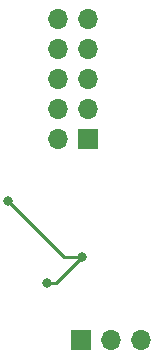
<source format=gbr>
%TF.GenerationSoftware,KiCad,Pcbnew,6.0.11+dfsg-1*%
%TF.CreationDate,2024-02-21T10:26:17+01:00*%
%TF.ProjectId,PCB_TMS,5043425f-544d-4532-9e6b-696361645f70,rev?*%
%TF.SameCoordinates,Original*%
%TF.FileFunction,Copper,L2,Bot*%
%TF.FilePolarity,Positive*%
%FSLAX46Y46*%
G04 Gerber Fmt 4.6, Leading zero omitted, Abs format (unit mm)*
G04 Created by KiCad (PCBNEW 6.0.11+dfsg-1) date 2024-02-21 10:26:17*
%MOMM*%
%LPD*%
G01*
G04 APERTURE LIST*
%TA.AperFunction,ComponentPad*%
%ADD10R,1.700000X1.700000*%
%TD*%
%TA.AperFunction,ComponentPad*%
%ADD11O,1.700000X1.700000*%
%TD*%
%TA.AperFunction,ViaPad*%
%ADD12C,0.800000*%
%TD*%
%TA.AperFunction,Conductor*%
%ADD13C,0.250000*%
%TD*%
G04 APERTURE END LIST*
D10*
%TO.P,SW1,1,A*%
%TO.N,+3.3V*%
X141110000Y-105400000D03*
D11*
%TO.P,SW1,2,B*%
%TO.N,Net-(R1-Pad2)*%
X143650000Y-105400000D03*
%TO.P,SW1,3,C*%
%TO.N,GND*%
X146190000Y-105400000D03*
%TD*%
D10*
%TO.P,J1,1,VTref*%
%TO.N,+3.3V*%
X141675000Y-88325000D03*
D11*
%TO.P,J1,2,SWDIO/TMS*%
%TO.N,SWDIO{slash}TMS*%
X139135000Y-88325000D03*
%TO.P,J1,3,GND*%
%TO.N,GND*%
X141675000Y-85785000D03*
%TO.P,J1,4,SWDCLK/TCK*%
%TO.N,SWCLM{slash}TCK*%
X139135000Y-85785000D03*
%TO.P,J1,5,GND*%
%TO.N,GND*%
X141675000Y-83245000D03*
%TO.P,J1,6,SWO/TDO*%
%TO.N,SW0{slash}TD0*%
X139135000Y-83245000D03*
%TO.P,J1,7,KEY*%
%TO.N,unconnected-(J1-Pad7)*%
X141675000Y-80705000D03*
%TO.P,J1,8,NC/TDI*%
%TO.N,NC{slash}TDI*%
X139135000Y-80705000D03*
%TO.P,J1,9,GNDDetect*%
%TO.N,GND*%
X141675000Y-78165000D03*
%TO.P,J1,10,~{RESET}*%
%TO.N,RST*%
X139135000Y-78165000D03*
%TD*%
D12*
%TO.N,GND*%
X138200000Y-100525000D03*
X134975000Y-93575000D03*
X141200000Y-98300000D03*
%TD*%
D13*
%TO.N,GND*%
X134975000Y-93575000D02*
X139700000Y-98300000D01*
X138975000Y-100525000D02*
X141200000Y-98300000D01*
X138200000Y-100525000D02*
X138975000Y-100525000D01*
X139700000Y-98300000D02*
X141200000Y-98300000D01*
%TD*%
M02*

</source>
